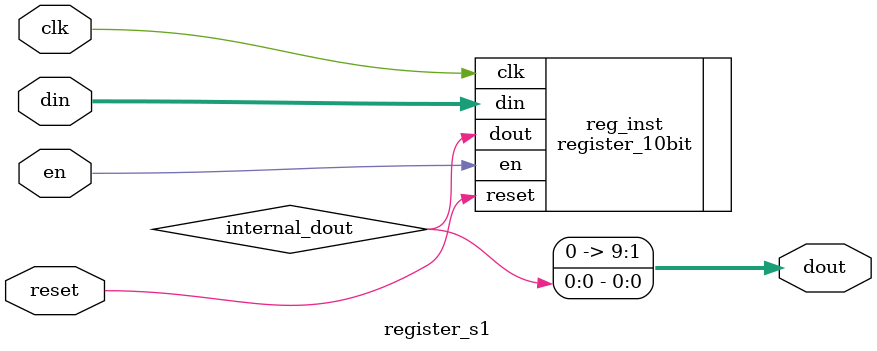
<source format=v>
`timescale 1 ns/1 ps
module register_s1(
    output wire [9:0] dout,
    input wire clk, reset, en,
    input wire [9:0] din );
    
    register_10bit reg_inst(.clk(clk), .reset(reset), .en(en), .dout(internal_dout), .din(din));
    
    assign dout = internal_dout;
endmodule
</source>
